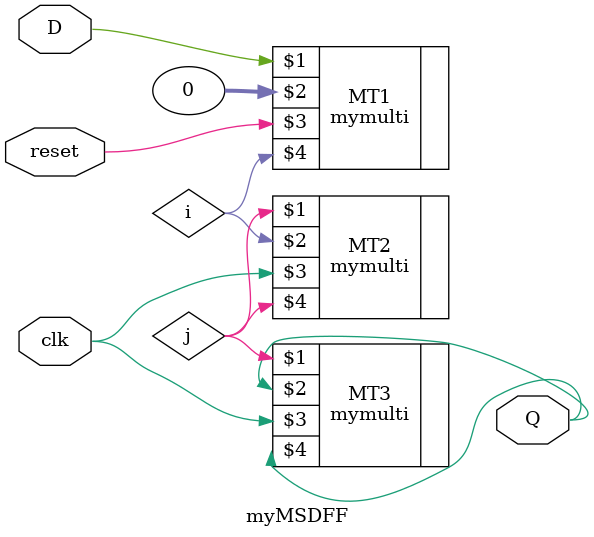
<source format=sv>
`timescale 1ns/1ns
module myMSDFF (input D,reset,clk, output Q);
	wire i,j;
	mymulti MT1(D,0,reset,i);
	mymulti MT2(j,i,clk,j);
	mymulti MT3(j,Q,clk,Q);
endmodule

</source>
